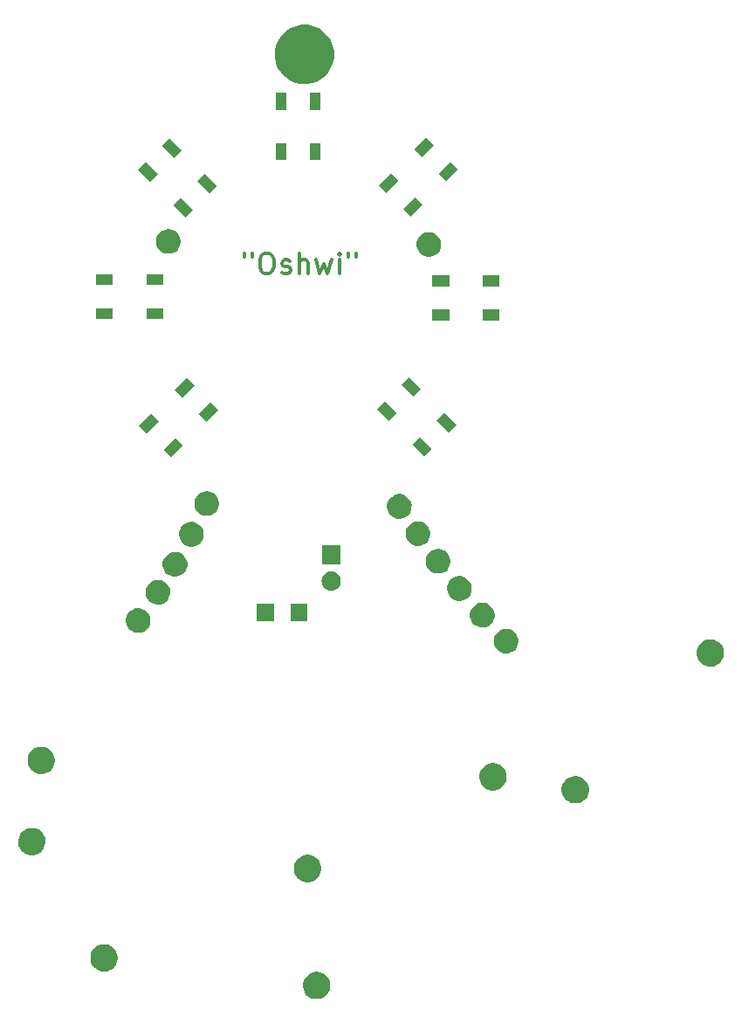
<source format=gts>
G04 #@! TF.GenerationSoftware,KiCad,Pcbnew,(2017-05-14 revision 14bb238b3)-makepkg*
G04 #@! TF.CreationDate,2017-07-12T11:42:09-06:00*
G04 #@! TF.ProjectId,001,3030312E6B696361645F706362000000,rev?*
G04 #@! TF.FileFunction,Soldermask,Top*
G04 #@! TF.FilePolarity,Negative*
%FSLAX46Y46*%
G04 Gerber Fmt 4.6, Leading zero omitted, Abs format (unit mm)*
G04 Created by KiCad (PCBNEW (2017-05-14 revision 14bb238b3)-makepkg) date 07/12/17 11:42:09*
%MOMM*%
%LPD*%
G01*
G04 APERTURE LIST*
%ADD10C,0.100000*%
%ADD11C,0.300000*%
G04 APERTURE END LIST*
D10*
D11*
X124684788Y-65577441D02*
X124684788Y-65958394D01*
X125446693Y-65577441D02*
X125446693Y-65958394D01*
X126684788Y-65577441D02*
X127065740Y-65577441D01*
X127256217Y-65672680D01*
X127446693Y-65863156D01*
X127541931Y-66244108D01*
X127541931Y-66910775D01*
X127446693Y-67291727D01*
X127256217Y-67482203D01*
X127065740Y-67577441D01*
X126684788Y-67577441D01*
X126494312Y-67482203D01*
X126303836Y-67291727D01*
X126208598Y-66910775D01*
X126208598Y-66244108D01*
X126303836Y-65863156D01*
X126494312Y-65672680D01*
X126684788Y-65577441D01*
X128303836Y-67482203D02*
X128494312Y-67577441D01*
X128875264Y-67577441D01*
X129065740Y-67482203D01*
X129160979Y-67291727D01*
X129160979Y-67196489D01*
X129065740Y-67006013D01*
X128875264Y-66910775D01*
X128589550Y-66910775D01*
X128399074Y-66815537D01*
X128303836Y-66625060D01*
X128303836Y-66529822D01*
X128399074Y-66339346D01*
X128589550Y-66244108D01*
X128875264Y-66244108D01*
X129065740Y-66339346D01*
X130018121Y-67577441D02*
X130018121Y-65577441D01*
X130875264Y-67577441D02*
X130875264Y-66529822D01*
X130780026Y-66339346D01*
X130589550Y-66244108D01*
X130303836Y-66244108D01*
X130113360Y-66339346D01*
X130018121Y-66434584D01*
X131637169Y-66244108D02*
X132018121Y-67577441D01*
X132399074Y-66625060D01*
X132780026Y-67577441D01*
X133160979Y-66244108D01*
X133922883Y-67577441D02*
X133922883Y-66244108D01*
X133922883Y-65577441D02*
X133827645Y-65672680D01*
X133922883Y-65767918D01*
X134018121Y-65672680D01*
X133922883Y-65577441D01*
X133922883Y-65767918D01*
X134780026Y-65577441D02*
X134780026Y-65958394D01*
X135541931Y-65577441D02*
X135541931Y-65958394D01*
D10*
G36*
X131837620Y-135217681D02*
X132092382Y-135269977D01*
X132332149Y-135370765D01*
X132547765Y-135516200D01*
X132731027Y-135700745D01*
X132874952Y-135917372D01*
X132974062Y-136157828D01*
X133024509Y-136412610D01*
X133024509Y-136412615D01*
X133024577Y-136412959D01*
X133020429Y-136710021D01*
X133020352Y-136710359D01*
X133020352Y-136710368D01*
X132962810Y-136963643D01*
X132857027Y-137201235D01*
X132707106Y-137413760D01*
X132518762Y-137593118D01*
X132299167Y-137732478D01*
X132056687Y-137826529D01*
X131800559Y-137871692D01*
X131540533Y-137866245D01*
X131286517Y-137810396D01*
X131048187Y-137706272D01*
X130834624Y-137557842D01*
X130653956Y-137370755D01*
X130513067Y-137152138D01*
X130417323Y-136910315D01*
X130370375Y-136654513D01*
X130374005Y-136394456D01*
X130428080Y-136140055D01*
X130530536Y-135901006D01*
X130677475Y-135686409D01*
X130863294Y-135504440D01*
X131080923Y-135362028D01*
X131322068Y-135264599D01*
X131577539Y-135215866D01*
X131837620Y-135217681D01*
X131837620Y-135217681D01*
G37*
G36*
X111222980Y-132555761D02*
X111477742Y-132608057D01*
X111717509Y-132708845D01*
X111933125Y-132854280D01*
X112116387Y-133038825D01*
X112260312Y-133255452D01*
X112359422Y-133495908D01*
X112409869Y-133750690D01*
X112409869Y-133750695D01*
X112409937Y-133751039D01*
X112405789Y-134048101D01*
X112405712Y-134048439D01*
X112405712Y-134048448D01*
X112348170Y-134301723D01*
X112242387Y-134539315D01*
X112092466Y-134751840D01*
X111904122Y-134931198D01*
X111684527Y-135070558D01*
X111442047Y-135164609D01*
X111185919Y-135209772D01*
X110925893Y-135204325D01*
X110671877Y-135148476D01*
X110433547Y-135044352D01*
X110219984Y-134895922D01*
X110039316Y-134708835D01*
X109898427Y-134490218D01*
X109802683Y-134248395D01*
X109755735Y-133992593D01*
X109759365Y-133732536D01*
X109813440Y-133478135D01*
X109915896Y-133239086D01*
X110062835Y-133024489D01*
X110248654Y-132842520D01*
X110466283Y-132700108D01*
X110707428Y-132602679D01*
X110962899Y-132553946D01*
X111222980Y-132555761D01*
X111222980Y-132555761D01*
G37*
G36*
X130968940Y-123879121D02*
X131223702Y-123931417D01*
X131463469Y-124032205D01*
X131679085Y-124177640D01*
X131862347Y-124362185D01*
X132006272Y-124578812D01*
X132105382Y-124819268D01*
X132155829Y-125074050D01*
X132155829Y-125074055D01*
X132155897Y-125074399D01*
X132151749Y-125371461D01*
X132151672Y-125371799D01*
X132151672Y-125371808D01*
X132094130Y-125625083D01*
X131988347Y-125862675D01*
X131838426Y-126075200D01*
X131650082Y-126254558D01*
X131430487Y-126393918D01*
X131188007Y-126487969D01*
X130931879Y-126533132D01*
X130671853Y-126527685D01*
X130417837Y-126471836D01*
X130179507Y-126367712D01*
X129965944Y-126219282D01*
X129785276Y-126032195D01*
X129644387Y-125813578D01*
X129548643Y-125571755D01*
X129501695Y-125315953D01*
X129505325Y-125055896D01*
X129559400Y-124801495D01*
X129661856Y-124562446D01*
X129808795Y-124347849D01*
X129994614Y-124165880D01*
X130212243Y-124023468D01*
X130453388Y-123926039D01*
X130708859Y-123877306D01*
X130968940Y-123879121D01*
X130968940Y-123879121D01*
G37*
G36*
X104222740Y-121293401D02*
X104477502Y-121345697D01*
X104717269Y-121446485D01*
X104932885Y-121591920D01*
X105116147Y-121776465D01*
X105260072Y-121993092D01*
X105359182Y-122233548D01*
X105409629Y-122488330D01*
X105409629Y-122488335D01*
X105409697Y-122488679D01*
X105405549Y-122785741D01*
X105405472Y-122786079D01*
X105405472Y-122786088D01*
X105347930Y-123039363D01*
X105242147Y-123276955D01*
X105092226Y-123489480D01*
X104903882Y-123668838D01*
X104684287Y-123808198D01*
X104441807Y-123902249D01*
X104185679Y-123947412D01*
X103925653Y-123941965D01*
X103671637Y-123886116D01*
X103433307Y-123781992D01*
X103219744Y-123633562D01*
X103039076Y-123446475D01*
X102898187Y-123227858D01*
X102802443Y-122986035D01*
X102755495Y-122730233D01*
X102759125Y-122470176D01*
X102813200Y-122215775D01*
X102915656Y-121976726D01*
X103062595Y-121762129D01*
X103248414Y-121580160D01*
X103466043Y-121437748D01*
X103707188Y-121340319D01*
X103962659Y-121291586D01*
X104222740Y-121293401D01*
X104222740Y-121293401D01*
G37*
G36*
X156922660Y-116248961D02*
X157177422Y-116301257D01*
X157417189Y-116402045D01*
X157632805Y-116547480D01*
X157816067Y-116732025D01*
X157959992Y-116948652D01*
X158059102Y-117189108D01*
X158109549Y-117443890D01*
X158109549Y-117443895D01*
X158109617Y-117444239D01*
X158105469Y-117741301D01*
X158105392Y-117741639D01*
X158105392Y-117741648D01*
X158047850Y-117994923D01*
X157942067Y-118232515D01*
X157792146Y-118445040D01*
X157603802Y-118624398D01*
X157384207Y-118763758D01*
X157141727Y-118857809D01*
X156885599Y-118902972D01*
X156625573Y-118897525D01*
X156371557Y-118841676D01*
X156133227Y-118737552D01*
X155919664Y-118589122D01*
X155738996Y-118402035D01*
X155598107Y-118183418D01*
X155502363Y-117941595D01*
X155455415Y-117685793D01*
X155459045Y-117425736D01*
X155513120Y-117171335D01*
X155615576Y-116932286D01*
X155762515Y-116717689D01*
X155948334Y-116535720D01*
X156165963Y-116393308D01*
X156407108Y-116295879D01*
X156662579Y-116247146D01*
X156922660Y-116248961D01*
X156922660Y-116248961D01*
G37*
G36*
X148941980Y-115004361D02*
X149196742Y-115056657D01*
X149436509Y-115157445D01*
X149652125Y-115302880D01*
X149835387Y-115487425D01*
X149979312Y-115704052D01*
X150078422Y-115944508D01*
X150128869Y-116199290D01*
X150128869Y-116199295D01*
X150128937Y-116199639D01*
X150124789Y-116496701D01*
X150124712Y-116497039D01*
X150124712Y-116497048D01*
X150067170Y-116750323D01*
X149961387Y-116987915D01*
X149811466Y-117200440D01*
X149623122Y-117379798D01*
X149403527Y-117519158D01*
X149161047Y-117613209D01*
X148904919Y-117658372D01*
X148644893Y-117652925D01*
X148390877Y-117597076D01*
X148152547Y-117492952D01*
X147938984Y-117344522D01*
X147758316Y-117157435D01*
X147617427Y-116938818D01*
X147521683Y-116696995D01*
X147474735Y-116441193D01*
X147478365Y-116181136D01*
X147532440Y-115926735D01*
X147634896Y-115687686D01*
X147781835Y-115473089D01*
X147967654Y-115291120D01*
X148185283Y-115148708D01*
X148426428Y-115051279D01*
X148681899Y-115002546D01*
X148941980Y-115004361D01*
X148941980Y-115004361D01*
G37*
G36*
X105126980Y-113414321D02*
X105381742Y-113466617D01*
X105621509Y-113567405D01*
X105837125Y-113712840D01*
X106020387Y-113897385D01*
X106164312Y-114114012D01*
X106263422Y-114354468D01*
X106313869Y-114609250D01*
X106313869Y-114609255D01*
X106313937Y-114609599D01*
X106309789Y-114906661D01*
X106309712Y-114906999D01*
X106309712Y-114907008D01*
X106252170Y-115160283D01*
X106146387Y-115397875D01*
X105996466Y-115610400D01*
X105808122Y-115789758D01*
X105588527Y-115929118D01*
X105346047Y-116023169D01*
X105089919Y-116068332D01*
X104829893Y-116062885D01*
X104575877Y-116007036D01*
X104337547Y-115902912D01*
X104123984Y-115754482D01*
X103943316Y-115567395D01*
X103802427Y-115348778D01*
X103706683Y-115106955D01*
X103659735Y-114851153D01*
X103663365Y-114591096D01*
X103717440Y-114336695D01*
X103819896Y-114097646D01*
X103966835Y-113883049D01*
X104152654Y-113701080D01*
X104370283Y-113558668D01*
X104611428Y-113461239D01*
X104866899Y-113412506D01*
X105126980Y-113414321D01*
X105126980Y-113414321D01*
G37*
G36*
X170026520Y-103007941D02*
X170281282Y-103060237D01*
X170521049Y-103161025D01*
X170736665Y-103306460D01*
X170919927Y-103491005D01*
X171063852Y-103707632D01*
X171162962Y-103948088D01*
X171213409Y-104202870D01*
X171213409Y-104202875D01*
X171213477Y-104203219D01*
X171209329Y-104500281D01*
X171209252Y-104500619D01*
X171209252Y-104500628D01*
X171151710Y-104753903D01*
X171045927Y-104991495D01*
X170896006Y-105204020D01*
X170707662Y-105383378D01*
X170488067Y-105522738D01*
X170245587Y-105616789D01*
X169989459Y-105661952D01*
X169729433Y-105656505D01*
X169475417Y-105600656D01*
X169237087Y-105496532D01*
X169023524Y-105348102D01*
X168842856Y-105161015D01*
X168701967Y-104942398D01*
X168606223Y-104700575D01*
X168559275Y-104444773D01*
X168562905Y-104184716D01*
X168616980Y-103930315D01*
X168719436Y-103691266D01*
X168866375Y-103476669D01*
X169052194Y-103294700D01*
X169269823Y-103152288D01*
X169510968Y-103054859D01*
X169766439Y-103006126D01*
X170026520Y-103007941D01*
X170026520Y-103007941D01*
G37*
G36*
X150208234Y-101979473D02*
X150437561Y-102026548D01*
X150653391Y-102117274D01*
X150847478Y-102248188D01*
X151012450Y-102414314D01*
X151142004Y-102609311D01*
X151231219Y-102825761D01*
X151276623Y-103055073D01*
X151276623Y-103055078D01*
X151276691Y-103055422D01*
X151272957Y-103322827D01*
X151272880Y-103323165D01*
X151272880Y-103323173D01*
X151221090Y-103551129D01*
X151125868Y-103765001D01*
X150990915Y-103956309D01*
X150821374Y-104117761D01*
X150623703Y-104243206D01*
X150405428Y-104327869D01*
X150174873Y-104368523D01*
X149940805Y-104363620D01*
X149712149Y-104313346D01*
X149497612Y-104219618D01*
X149305374Y-104086009D01*
X149142738Y-103917594D01*
X149015916Y-103720805D01*
X148929730Y-103503124D01*
X148887469Y-103272860D01*
X148890737Y-103038766D01*
X148939414Y-102809763D01*
X149031641Y-102594579D01*
X149163910Y-102401406D01*
X149331178Y-102237604D01*
X149527081Y-102109409D01*
X149744151Y-102021707D01*
X149974117Y-101977839D01*
X150208234Y-101979473D01*
X150208234Y-101979473D01*
G37*
G36*
X114516154Y-99983033D02*
X114745481Y-100030108D01*
X114961311Y-100120834D01*
X115155398Y-100251748D01*
X115320370Y-100417874D01*
X115449924Y-100612871D01*
X115539139Y-100829321D01*
X115584543Y-101058633D01*
X115584543Y-101058638D01*
X115584611Y-101058982D01*
X115580877Y-101326387D01*
X115580800Y-101326725D01*
X115580800Y-101326733D01*
X115529010Y-101554689D01*
X115433788Y-101768561D01*
X115298835Y-101959869D01*
X115129294Y-102121321D01*
X114931623Y-102246766D01*
X114713348Y-102331429D01*
X114482793Y-102372083D01*
X114248725Y-102367180D01*
X114020069Y-102316906D01*
X113805532Y-102223178D01*
X113613294Y-102089569D01*
X113450658Y-101921154D01*
X113323836Y-101724365D01*
X113237650Y-101506684D01*
X113195389Y-101276420D01*
X113198657Y-101042326D01*
X113247334Y-100813323D01*
X113339561Y-100598139D01*
X113471830Y-100404966D01*
X113639098Y-100241164D01*
X113835001Y-100112969D01*
X114052071Y-100025267D01*
X114282037Y-99981399D01*
X114516154Y-99983033D01*
X114516154Y-99983033D01*
G37*
G36*
X147891754Y-99464873D02*
X148121081Y-99511948D01*
X148336911Y-99602674D01*
X148530998Y-99733588D01*
X148695970Y-99899714D01*
X148825524Y-100094711D01*
X148914739Y-100311161D01*
X148960143Y-100540473D01*
X148960143Y-100540478D01*
X148960211Y-100540822D01*
X148956477Y-100808227D01*
X148956400Y-100808565D01*
X148956400Y-100808573D01*
X148904610Y-101036529D01*
X148809388Y-101250401D01*
X148674435Y-101441709D01*
X148504894Y-101603161D01*
X148307223Y-101728606D01*
X148088948Y-101813269D01*
X147858393Y-101853923D01*
X147624325Y-101849020D01*
X147395669Y-101798746D01*
X147181132Y-101705018D01*
X146988894Y-101571409D01*
X146826258Y-101402994D01*
X146699436Y-101206205D01*
X146613250Y-100988524D01*
X146570989Y-100758260D01*
X146574257Y-100524166D01*
X146622934Y-100295163D01*
X146715161Y-100079979D01*
X146847430Y-99886806D01*
X147014698Y-99723004D01*
X147210601Y-99594809D01*
X147427671Y-99507107D01*
X147657637Y-99463239D01*
X147891754Y-99464873D01*
X147891754Y-99464873D01*
G37*
G36*
X127534200Y-101222200D02*
X125881800Y-101222200D01*
X125881800Y-99569800D01*
X127534200Y-99569800D01*
X127534200Y-101222200D01*
X127534200Y-101222200D01*
G37*
G36*
X130834200Y-101222200D02*
X129181800Y-101222200D01*
X129181800Y-99569800D01*
X130834200Y-99569800D01*
X130834200Y-101222200D01*
X130834200Y-101222200D01*
G37*
G36*
X116436394Y-97265233D02*
X116665721Y-97312308D01*
X116881551Y-97403034D01*
X117075638Y-97533948D01*
X117240610Y-97700074D01*
X117370164Y-97895071D01*
X117459379Y-98111521D01*
X117504783Y-98340833D01*
X117504783Y-98340838D01*
X117504851Y-98341182D01*
X117501117Y-98608587D01*
X117501040Y-98608925D01*
X117501040Y-98608933D01*
X117449250Y-98836889D01*
X117354028Y-99050761D01*
X117219075Y-99242069D01*
X117049534Y-99403521D01*
X116851863Y-99528966D01*
X116633588Y-99613629D01*
X116403033Y-99654283D01*
X116168965Y-99649380D01*
X115940309Y-99599106D01*
X115725772Y-99505378D01*
X115533534Y-99371769D01*
X115370898Y-99203354D01*
X115244076Y-99006565D01*
X115157890Y-98788884D01*
X115115629Y-98558620D01*
X115118897Y-98324526D01*
X115167574Y-98095523D01*
X115259801Y-97880339D01*
X115392070Y-97687166D01*
X115559338Y-97523364D01*
X115755241Y-97395169D01*
X115972311Y-97307467D01*
X116202277Y-97263599D01*
X116436394Y-97265233D01*
X116436394Y-97265233D01*
G37*
G36*
X145676874Y-96889313D02*
X145906201Y-96936388D01*
X146122031Y-97027114D01*
X146316118Y-97158028D01*
X146481090Y-97324154D01*
X146610644Y-97519151D01*
X146699859Y-97735601D01*
X146745263Y-97964913D01*
X146745263Y-97964918D01*
X146745331Y-97965262D01*
X146741597Y-98232667D01*
X146741520Y-98233005D01*
X146741520Y-98233013D01*
X146689730Y-98460969D01*
X146594508Y-98674841D01*
X146459555Y-98866149D01*
X146290014Y-99027601D01*
X146092343Y-99153046D01*
X145874068Y-99237709D01*
X145643513Y-99278363D01*
X145409445Y-99273460D01*
X145180789Y-99223186D01*
X144966252Y-99129458D01*
X144774014Y-98995849D01*
X144611378Y-98827434D01*
X144484556Y-98630645D01*
X144398370Y-98412964D01*
X144356109Y-98182700D01*
X144359377Y-97948606D01*
X144408054Y-97719603D01*
X144500281Y-97504419D01*
X144632550Y-97311246D01*
X144799818Y-97147444D01*
X144995721Y-97019249D01*
X145212791Y-96931547D01*
X145442757Y-96887679D01*
X145676874Y-96889313D01*
X145676874Y-96889313D01*
G37*
G36*
X133136357Y-96447575D02*
X133136364Y-96447576D01*
X133138413Y-96447590D01*
X133318049Y-96467740D01*
X133490350Y-96522397D01*
X133648753Y-96609480D01*
X133787226Y-96725672D01*
X133900492Y-96866547D01*
X133984239Y-97026739D01*
X134035275Y-97200147D01*
X134035278Y-97200178D01*
X134035282Y-97200192D01*
X134051660Y-97380163D01*
X134032770Y-97559891D01*
X134032768Y-97559896D01*
X134032764Y-97559938D01*
X133979311Y-97732617D01*
X133893336Y-97891624D01*
X133778113Y-98030904D01*
X133638032Y-98145152D01*
X133478428Y-98230015D01*
X133305381Y-98282261D01*
X133125481Y-98299900D01*
X133116483Y-98299900D01*
X133105643Y-98299825D01*
X133105636Y-98299824D01*
X133103587Y-98299810D01*
X132923951Y-98279660D01*
X132751650Y-98225003D01*
X132593247Y-98137920D01*
X132454774Y-98021728D01*
X132341508Y-97880853D01*
X132257761Y-97720661D01*
X132206725Y-97547253D01*
X132206722Y-97547222D01*
X132206718Y-97547208D01*
X132190340Y-97367237D01*
X132209230Y-97187509D01*
X132209232Y-97187504D01*
X132209236Y-97187462D01*
X132262689Y-97014783D01*
X132348664Y-96855776D01*
X132463887Y-96716496D01*
X132603968Y-96602248D01*
X132763572Y-96517385D01*
X132936619Y-96465139D01*
X133116519Y-96447500D01*
X133125517Y-96447500D01*
X133136357Y-96447575D01*
X133136357Y-96447575D01*
G37*
G36*
X118092474Y-94537273D02*
X118321801Y-94584348D01*
X118537631Y-94675074D01*
X118731718Y-94805988D01*
X118896690Y-94972114D01*
X119026244Y-95167111D01*
X119115459Y-95383561D01*
X119160863Y-95612873D01*
X119160863Y-95612878D01*
X119160931Y-95613222D01*
X119157197Y-95880627D01*
X119157120Y-95880965D01*
X119157120Y-95880973D01*
X119105330Y-96108929D01*
X119010108Y-96322801D01*
X118875155Y-96514109D01*
X118705614Y-96675561D01*
X118507943Y-96801006D01*
X118289668Y-96885669D01*
X118059113Y-96926323D01*
X117825045Y-96921420D01*
X117596389Y-96871146D01*
X117381852Y-96777418D01*
X117189614Y-96643809D01*
X117026978Y-96475394D01*
X116900156Y-96278605D01*
X116813970Y-96060924D01*
X116771709Y-95830660D01*
X116774977Y-95596566D01*
X116823654Y-95367563D01*
X116915881Y-95152379D01*
X117048150Y-94959206D01*
X117215418Y-94795404D01*
X117411321Y-94667209D01*
X117628391Y-94579507D01*
X117858357Y-94535639D01*
X118092474Y-94537273D01*
X118092474Y-94537273D01*
G37*
G36*
X143604234Y-94247713D02*
X143833561Y-94294788D01*
X144049391Y-94385514D01*
X144243478Y-94516428D01*
X144408450Y-94682554D01*
X144538004Y-94877551D01*
X144627219Y-95094001D01*
X144672623Y-95323313D01*
X144672623Y-95323318D01*
X144672691Y-95323662D01*
X144668957Y-95591067D01*
X144668880Y-95591405D01*
X144668880Y-95591413D01*
X144617090Y-95819369D01*
X144521868Y-96033241D01*
X144386915Y-96224549D01*
X144217374Y-96386001D01*
X144019703Y-96511446D01*
X143801428Y-96596109D01*
X143570873Y-96636763D01*
X143336805Y-96631860D01*
X143108149Y-96581586D01*
X142893612Y-96487858D01*
X142701374Y-96354249D01*
X142538738Y-96185834D01*
X142411916Y-95989045D01*
X142325730Y-95771364D01*
X142283469Y-95541100D01*
X142286737Y-95307006D01*
X142335414Y-95078003D01*
X142427641Y-94862819D01*
X142559910Y-94669646D01*
X142727178Y-94505844D01*
X142923081Y-94377649D01*
X143140151Y-94289947D01*
X143370117Y-94246079D01*
X143604234Y-94247713D01*
X143604234Y-94247713D01*
G37*
G36*
X134047200Y-95759900D02*
X132194800Y-95759900D01*
X132194800Y-93907500D01*
X134047200Y-93907500D01*
X134047200Y-95759900D01*
X134047200Y-95759900D01*
G37*
G36*
X119682514Y-91631513D02*
X119911841Y-91678588D01*
X120127671Y-91769314D01*
X120321758Y-91900228D01*
X120486730Y-92066354D01*
X120616284Y-92261351D01*
X120705499Y-92477801D01*
X120750903Y-92707113D01*
X120750903Y-92707118D01*
X120750971Y-92707462D01*
X120747237Y-92974867D01*
X120747160Y-92975205D01*
X120747160Y-92975213D01*
X120695370Y-93203169D01*
X120600148Y-93417041D01*
X120465195Y-93608349D01*
X120295654Y-93769801D01*
X120097983Y-93895246D01*
X119879708Y-93979909D01*
X119649153Y-94020563D01*
X119415085Y-94015660D01*
X119186429Y-93965386D01*
X118971892Y-93871658D01*
X118779654Y-93738049D01*
X118617018Y-93569634D01*
X118490196Y-93372845D01*
X118404010Y-93155164D01*
X118361749Y-92924900D01*
X118365017Y-92690806D01*
X118413694Y-92461803D01*
X118505921Y-92246619D01*
X118638190Y-92053446D01*
X118805458Y-91889644D01*
X119001361Y-91761449D01*
X119218431Y-91673747D01*
X119448397Y-91629879D01*
X119682514Y-91631513D01*
X119682514Y-91631513D01*
G37*
G36*
X141653514Y-91565473D02*
X141882841Y-91612548D01*
X142098671Y-91703274D01*
X142292758Y-91834188D01*
X142457730Y-92000314D01*
X142587284Y-92195311D01*
X142676499Y-92411761D01*
X142721903Y-92641073D01*
X142721903Y-92641078D01*
X142721971Y-92641422D01*
X142718237Y-92908827D01*
X142718160Y-92909165D01*
X142718160Y-92909173D01*
X142666370Y-93137129D01*
X142571148Y-93351001D01*
X142436195Y-93542309D01*
X142266654Y-93703761D01*
X142068983Y-93829206D01*
X141850708Y-93913869D01*
X141620153Y-93954523D01*
X141386085Y-93949620D01*
X141157429Y-93899346D01*
X140942892Y-93805618D01*
X140750654Y-93672009D01*
X140588018Y-93503594D01*
X140461196Y-93306805D01*
X140375010Y-93089124D01*
X140332749Y-92858860D01*
X140336017Y-92624766D01*
X140384694Y-92395763D01*
X140476921Y-92180579D01*
X140609190Y-91987406D01*
X140776458Y-91823604D01*
X140972361Y-91695409D01*
X141189431Y-91607707D01*
X141419397Y-91563839D01*
X141653514Y-91565473D01*
X141653514Y-91565473D01*
G37*
G36*
X139845034Y-88934033D02*
X140074361Y-88981108D01*
X140290191Y-89071834D01*
X140484278Y-89202748D01*
X140649250Y-89368874D01*
X140778804Y-89563871D01*
X140868019Y-89780321D01*
X140913423Y-90009633D01*
X140913423Y-90009638D01*
X140913491Y-90009982D01*
X140909757Y-90277387D01*
X140909680Y-90277725D01*
X140909680Y-90277733D01*
X140857890Y-90505689D01*
X140762668Y-90719561D01*
X140627715Y-90910869D01*
X140458174Y-91072321D01*
X140260503Y-91197766D01*
X140042228Y-91282429D01*
X139811673Y-91323083D01*
X139577605Y-91318180D01*
X139348949Y-91267906D01*
X139134412Y-91174178D01*
X138942174Y-91040569D01*
X138779538Y-90872154D01*
X138652716Y-90675365D01*
X138566530Y-90457684D01*
X138524269Y-90227420D01*
X138527537Y-89993326D01*
X138576214Y-89764323D01*
X138668441Y-89549139D01*
X138800710Y-89355966D01*
X138967978Y-89192164D01*
X139163881Y-89063969D01*
X139380951Y-88976267D01*
X139610917Y-88932399D01*
X139845034Y-88934033D01*
X139845034Y-88934033D01*
G37*
G36*
X121176034Y-88644473D02*
X121405361Y-88691548D01*
X121621191Y-88782274D01*
X121815278Y-88913188D01*
X121980250Y-89079314D01*
X122109804Y-89274311D01*
X122199019Y-89490761D01*
X122244423Y-89720073D01*
X122244423Y-89720078D01*
X122244491Y-89720422D01*
X122240757Y-89987827D01*
X122240680Y-89988165D01*
X122240680Y-89988173D01*
X122188890Y-90216129D01*
X122093668Y-90430001D01*
X121958715Y-90621309D01*
X121789174Y-90782761D01*
X121591503Y-90908206D01*
X121373228Y-90992869D01*
X121142673Y-91033523D01*
X120908605Y-91028620D01*
X120679949Y-90978346D01*
X120465412Y-90884618D01*
X120273174Y-90751009D01*
X120110538Y-90582594D01*
X119983716Y-90385805D01*
X119897530Y-90168124D01*
X119855269Y-89937860D01*
X119858537Y-89703766D01*
X119907214Y-89474763D01*
X119999441Y-89259579D01*
X120131710Y-89066406D01*
X120298978Y-88902604D01*
X120494881Y-88774409D01*
X120711951Y-88686707D01*
X120941917Y-88642839D01*
X121176034Y-88644473D01*
X121176034Y-88644473D01*
G37*
G36*
X118722891Y-84202716D02*
X117555458Y-85370149D01*
X116819077Y-84633768D01*
X117986510Y-83466335D01*
X118722891Y-84202716D01*
X118722891Y-84202716D01*
G37*
G36*
X142914883Y-84552488D02*
X142178502Y-85288869D01*
X141011069Y-84121436D01*
X141747450Y-83385055D01*
X142914883Y-84552488D01*
X142914883Y-84552488D01*
G37*
G36*
X116388025Y-81867850D02*
X115220592Y-83035283D01*
X114484211Y-82298902D01*
X115651644Y-81131469D01*
X116388025Y-81867850D01*
X116388025Y-81867850D01*
G37*
G36*
X145249749Y-82217622D02*
X144513368Y-82954003D01*
X143345935Y-81786570D01*
X144082316Y-81050189D01*
X145249749Y-82217622D01*
X145249749Y-82217622D01*
G37*
G36*
X122171309Y-80754298D02*
X121003876Y-81921731D01*
X120267495Y-81185350D01*
X121434928Y-80017917D01*
X122171309Y-80754298D01*
X122171309Y-80754298D01*
G37*
G36*
X139466465Y-81104070D02*
X138730084Y-81840451D01*
X137562651Y-80673018D01*
X138299032Y-79936637D01*
X139466465Y-81104070D01*
X139466465Y-81104070D01*
G37*
G36*
X119836443Y-78419432D02*
X118669010Y-79586865D01*
X117932629Y-78850484D01*
X119100062Y-77683051D01*
X119836443Y-78419432D01*
X119836443Y-78419432D01*
G37*
G36*
X141801331Y-78769204D02*
X141064950Y-79505585D01*
X139897517Y-78338152D01*
X140633898Y-77601771D01*
X141801331Y-78769204D01*
X141801331Y-78769204D01*
G37*
G36*
X149445300Y-72090500D02*
X147794300Y-72090500D01*
X147794300Y-71049100D01*
X149445300Y-71049100D01*
X149445300Y-72090500D01*
X149445300Y-72090500D01*
G37*
G36*
X144568500Y-72090500D02*
X142917500Y-72090500D01*
X142917500Y-71049100D01*
X144568500Y-71049100D01*
X144568500Y-72090500D01*
X144568500Y-72090500D01*
G37*
G36*
X111954900Y-71968580D02*
X110303900Y-71968580D01*
X110303900Y-70927180D01*
X111954900Y-70927180D01*
X111954900Y-71968580D01*
X111954900Y-71968580D01*
G37*
G36*
X116831700Y-71968580D02*
X115180700Y-71968580D01*
X115180700Y-70927180D01*
X116831700Y-70927180D01*
X116831700Y-71968580D01*
X116831700Y-71968580D01*
G37*
G36*
X144568500Y-68788500D02*
X142917500Y-68788500D01*
X142917500Y-67747100D01*
X144568500Y-67747100D01*
X144568500Y-68788500D01*
X144568500Y-68788500D01*
G37*
G36*
X149445300Y-68788500D02*
X147794300Y-68788500D01*
X147794300Y-67747100D01*
X149445300Y-67747100D01*
X149445300Y-68788500D01*
X149445300Y-68788500D01*
G37*
G36*
X116831700Y-68666580D02*
X115180700Y-68666580D01*
X115180700Y-67625180D01*
X116831700Y-67625180D01*
X116831700Y-68666580D01*
X116831700Y-68666580D01*
G37*
G36*
X111954900Y-68666580D02*
X110303900Y-68666580D01*
X110303900Y-67625180D01*
X111954900Y-67625180D01*
X111954900Y-68666580D01*
X111954900Y-68666580D01*
G37*
G36*
X142710154Y-63544193D02*
X142939481Y-63591268D01*
X143155311Y-63681994D01*
X143349398Y-63812908D01*
X143514370Y-63979034D01*
X143643924Y-64174031D01*
X143733139Y-64390481D01*
X143778543Y-64619793D01*
X143778543Y-64619798D01*
X143778611Y-64620142D01*
X143774877Y-64887547D01*
X143774800Y-64887885D01*
X143774800Y-64887893D01*
X143723010Y-65115849D01*
X143627788Y-65329721D01*
X143492835Y-65521029D01*
X143323294Y-65682481D01*
X143125623Y-65807926D01*
X142907348Y-65892589D01*
X142676793Y-65933243D01*
X142442725Y-65928340D01*
X142214069Y-65878066D01*
X141999532Y-65784338D01*
X141807294Y-65650729D01*
X141644658Y-65482314D01*
X141517836Y-65285525D01*
X141431650Y-65067844D01*
X141389389Y-64837580D01*
X141392657Y-64603486D01*
X141441334Y-64374483D01*
X141533561Y-64159299D01*
X141665830Y-63966126D01*
X141833098Y-63802324D01*
X142029001Y-63674129D01*
X142246071Y-63586427D01*
X142476037Y-63542559D01*
X142710154Y-63544193D01*
X142710154Y-63544193D01*
G37*
G36*
X117442234Y-63259713D02*
X117671561Y-63306788D01*
X117887391Y-63397514D01*
X118081478Y-63528428D01*
X118246450Y-63694554D01*
X118376004Y-63889551D01*
X118465219Y-64106001D01*
X118510623Y-64335313D01*
X118510623Y-64335318D01*
X118510691Y-64335662D01*
X118506957Y-64603067D01*
X118506880Y-64603405D01*
X118506880Y-64603413D01*
X118455090Y-64831369D01*
X118359868Y-65045241D01*
X118224915Y-65236549D01*
X118055374Y-65398001D01*
X117857703Y-65523446D01*
X117639428Y-65608109D01*
X117408873Y-65648763D01*
X117174805Y-65643860D01*
X116946149Y-65593586D01*
X116731612Y-65499858D01*
X116539374Y-65366249D01*
X116376738Y-65197834D01*
X116249916Y-65001045D01*
X116163730Y-64783364D01*
X116121469Y-64553100D01*
X116124737Y-64319006D01*
X116173414Y-64090003D01*
X116265641Y-63874819D01*
X116397910Y-63681646D01*
X116565178Y-63517844D01*
X116761081Y-63389649D01*
X116978151Y-63301947D01*
X117208117Y-63258079D01*
X117442234Y-63259713D01*
X117442234Y-63259713D01*
G37*
G36*
X119724683Y-61387688D02*
X118988302Y-62124069D01*
X117820869Y-60956636D01*
X118557250Y-60220255D01*
X119724683Y-61387688D01*
X119724683Y-61387688D01*
G37*
G36*
X141968971Y-60900756D02*
X140801538Y-62068189D01*
X140065157Y-61331808D01*
X141232590Y-60164375D01*
X141968971Y-60900756D01*
X141968971Y-60900756D01*
G37*
G36*
X122059549Y-59052822D02*
X121323168Y-59789203D01*
X120155735Y-58621770D01*
X120892116Y-57885389D01*
X122059549Y-59052822D01*
X122059549Y-59052822D01*
G37*
G36*
X139634105Y-58565890D02*
X138466672Y-59733323D01*
X137730291Y-58996942D01*
X138897724Y-57829509D01*
X139634105Y-58565890D01*
X139634105Y-58565890D01*
G37*
G36*
X116276265Y-57939270D02*
X115539884Y-58675651D01*
X114372451Y-57508218D01*
X115108832Y-56771837D01*
X116276265Y-57939270D01*
X116276265Y-57939270D01*
G37*
G36*
X145417389Y-57452338D02*
X144249956Y-58619771D01*
X143513575Y-57883390D01*
X144681008Y-56715957D01*
X145417389Y-57452338D01*
X145417389Y-57452338D01*
G37*
G36*
X132092020Y-56571100D02*
X131050620Y-56571100D01*
X131050620Y-54920100D01*
X132092020Y-54920100D01*
X132092020Y-56571100D01*
X132092020Y-56571100D01*
G37*
G36*
X128790020Y-56571100D02*
X127748620Y-56571100D01*
X127748620Y-54920100D01*
X128790020Y-54920100D01*
X128790020Y-56571100D01*
X128790020Y-56571100D01*
G37*
G36*
X118611131Y-55604404D02*
X117874750Y-56340785D01*
X116707317Y-55173352D01*
X117443698Y-54436971D01*
X118611131Y-55604404D01*
X118611131Y-55604404D01*
G37*
G36*
X143082523Y-55117472D02*
X141915090Y-56284905D01*
X141178709Y-55548524D01*
X142346142Y-54381091D01*
X143082523Y-55117472D01*
X143082523Y-55117472D01*
G37*
G36*
X128790020Y-51694300D02*
X127748620Y-51694300D01*
X127748620Y-50043300D01*
X128790020Y-50043300D01*
X128790020Y-51694300D01*
X128790020Y-51694300D01*
G37*
G36*
X132092020Y-51694300D02*
X131050620Y-51694300D01*
X131050620Y-50043300D01*
X132092020Y-50043300D01*
X132092020Y-51694300D01*
X132092020Y-51694300D01*
G37*
G36*
X130816783Y-43452993D02*
X131369308Y-43566411D01*
X131889293Y-43784992D01*
X132356913Y-44100406D01*
X132754363Y-44500640D01*
X133066503Y-44970450D01*
X133281447Y-45491941D01*
X133390936Y-46044905D01*
X133390936Y-46044910D01*
X133391004Y-46045254D01*
X133382008Y-46689508D01*
X133381931Y-46689846D01*
X133381931Y-46689854D01*
X133257044Y-47239546D01*
X133027625Y-47754830D01*
X132702486Y-48215743D01*
X132294015Y-48604725D01*
X131817770Y-48906959D01*
X131291888Y-49110935D01*
X130736409Y-49208882D01*
X130172479Y-49197068D01*
X129621583Y-49075946D01*
X129104705Y-48850128D01*
X128641538Y-48528218D01*
X128249714Y-48122473D01*
X127944161Y-47648348D01*
X127736518Y-47123900D01*
X127634697Y-46569121D01*
X127642572Y-46005123D01*
X127759846Y-45453394D01*
X127982048Y-44934955D01*
X128300720Y-44469547D01*
X128703719Y-44074901D01*
X129175700Y-43766046D01*
X129698681Y-43554747D01*
X130252739Y-43449056D01*
X130816783Y-43452993D01*
X130816783Y-43452993D01*
G37*
M02*

</source>
